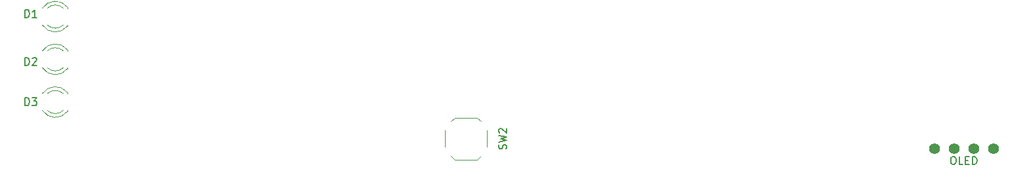
<source format=gto>
G04 #@! TF.GenerationSoftware,KiCad,Pcbnew,(6.0.5)*
G04 #@! TF.CreationDate,2023-01-07T12:48:09-05:00*
G04 #@! TF.ProjectId,V4N4LPH4G0N-rounded,56344e34-4c50-4483-9447-304e2d726f75,rev?*
G04 #@! TF.SameCoordinates,Original*
G04 #@! TF.FileFunction,Legend,Top*
G04 #@! TF.FilePolarity,Positive*
%FSLAX46Y46*%
G04 Gerber Fmt 4.6, Leading zero omitted, Abs format (unit mm)*
G04 Created by KiCad (PCBNEW (6.0.5)) date 2023-01-07 12:48:09*
%MOMM*%
%LPD*%
G01*
G04 APERTURE LIST*
%ADD10C,0.150000*%
%ADD11C,0.120000*%
%ADD12C,1.397000*%
%ADD13C,3.987800*%
%ADD14C,1.750000*%
%ADD15R,1.800000X1.100000*%
%ADD16R,1.800000X1.800000*%
%ADD17C,1.800000*%
%ADD18C,0.650000*%
%ADD19O,1.000000X2.100000*%
%ADD20O,0.800000X1.600000*%
G04 APERTURE END LIST*
D10*
X88511011Y-58165833D02*
X88558630Y-58022976D01*
X88558630Y-57784880D01*
X88511011Y-57689642D01*
X88463392Y-57642023D01*
X88368154Y-57594404D01*
X88272916Y-57594404D01*
X88177678Y-57642023D01*
X88130059Y-57689642D01*
X88082440Y-57784880D01*
X88034821Y-57975357D01*
X87987202Y-58070595D01*
X87939583Y-58118214D01*
X87844345Y-58165833D01*
X87749107Y-58165833D01*
X87653869Y-58118214D01*
X87606250Y-58070595D01*
X87558630Y-57975357D01*
X87558630Y-57737261D01*
X87606250Y-57594404D01*
X87558630Y-57261071D02*
X88558630Y-57022976D01*
X87844345Y-56832500D01*
X88558630Y-56642023D01*
X87558630Y-56403928D01*
X87653869Y-56070595D02*
X87606250Y-56022976D01*
X87558630Y-55927738D01*
X87558630Y-55689642D01*
X87606250Y-55594404D01*
X87653869Y-55546785D01*
X87749107Y-55499166D01*
X87844345Y-55499166D01*
X87987202Y-55546785D01*
X88558630Y-56118214D01*
X88558630Y-55499166D01*
X26341870Y-52545017D02*
X26341870Y-51545017D01*
X26579966Y-51545017D01*
X26722823Y-51592637D01*
X26818061Y-51687875D01*
X26865680Y-51783113D01*
X26913299Y-51973589D01*
X26913299Y-52116446D01*
X26865680Y-52306922D01*
X26818061Y-52402160D01*
X26722823Y-52497398D01*
X26579966Y-52545017D01*
X26341870Y-52545017D01*
X27246632Y-51545017D02*
X27865680Y-51545017D01*
X27532346Y-51925970D01*
X27675204Y-51925970D01*
X27770442Y-51973589D01*
X27818061Y-52021208D01*
X27865680Y-52116446D01*
X27865680Y-52354541D01*
X27818061Y-52449779D01*
X27770442Y-52497398D01*
X27675204Y-52545017D01*
X27389489Y-52545017D01*
X27294251Y-52497398D01*
X27246632Y-52449779D01*
X26341870Y-47367667D02*
X26341870Y-46367667D01*
X26579966Y-46367667D01*
X26722823Y-46415287D01*
X26818061Y-46510525D01*
X26865680Y-46605763D01*
X26913299Y-46796239D01*
X26913299Y-46939096D01*
X26865680Y-47129572D01*
X26818061Y-47224810D01*
X26722823Y-47320048D01*
X26579966Y-47367667D01*
X26341870Y-47367667D01*
X27294251Y-46462906D02*
X27341870Y-46415287D01*
X27437108Y-46367667D01*
X27675204Y-46367667D01*
X27770442Y-46415287D01*
X27818061Y-46462906D01*
X27865680Y-46558144D01*
X27865680Y-46653382D01*
X27818061Y-46796239D01*
X27246632Y-47367667D01*
X27865680Y-47367667D01*
X26341870Y-41159067D02*
X26341870Y-40159067D01*
X26579966Y-40159067D01*
X26722823Y-40206687D01*
X26818061Y-40301925D01*
X26865680Y-40397163D01*
X26913299Y-40587639D01*
X26913299Y-40730496D01*
X26865680Y-40920972D01*
X26818061Y-41016210D01*
X26722823Y-41111448D01*
X26579966Y-41159067D01*
X26341870Y-41159067D01*
X27865680Y-41159067D02*
X27294251Y-41159067D01*
X27579966Y-41159067D02*
X27579966Y-40159067D01*
X27484727Y-40301925D01*
X27389489Y-40397163D01*
X27294251Y-40444782D01*
X146185119Y-59154880D02*
X146375595Y-59154880D01*
X146470833Y-59202500D01*
X146566071Y-59297738D01*
X146613690Y-59488214D01*
X146613690Y-59821547D01*
X146566071Y-60012023D01*
X146470833Y-60107261D01*
X146375595Y-60154880D01*
X146185119Y-60154880D01*
X146089880Y-60107261D01*
X145994642Y-60012023D01*
X145947023Y-59821547D01*
X145947023Y-59488214D01*
X145994642Y-59297738D01*
X146089880Y-59202500D01*
X146185119Y-59154880D01*
X147518452Y-60154880D02*
X147042261Y-60154880D01*
X147042261Y-59154880D01*
X147851785Y-59631071D02*
X148185119Y-59631071D01*
X148327976Y-60154880D02*
X147851785Y-60154880D01*
X147851785Y-59154880D01*
X148327976Y-59154880D01*
X148756547Y-60154880D02*
X148756547Y-59154880D01*
X148994642Y-59154880D01*
X149137500Y-59202500D01*
X149232738Y-59297738D01*
X149280357Y-59392976D01*
X149327976Y-59583452D01*
X149327976Y-59726309D01*
X149280357Y-59916785D01*
X149232738Y-60012023D01*
X149137500Y-60107261D01*
X148994642Y-60154880D01*
X148756547Y-60154880D01*
D11*
X80623750Y-57872500D02*
X80623750Y-55792500D01*
X81893750Y-54112500D02*
X84793750Y-54112500D01*
X81893750Y-59552500D02*
X81403750Y-59062500D01*
X86063750Y-57872500D02*
X86063750Y-55792500D01*
X84793750Y-54112500D02*
X85283750Y-54602500D01*
X84793750Y-59552500D02*
X85283750Y-59062500D01*
X81893750Y-59552500D02*
X84793750Y-59552500D01*
X81893750Y-54112500D02*
X81403750Y-54602500D01*
X31819966Y-53328637D02*
X31819966Y-53172637D01*
X31819966Y-51012637D02*
X31819966Y-50856637D01*
X31300927Y-51012637D02*
G75*
G03*
X29218836Y-51012800I-1040961J-1080000D01*
G01*
X28587631Y-53171245D02*
G75*
G03*
X31819966Y-53328153I1672335J1078608D01*
G01*
X29218836Y-53172474D02*
G75*
G03*
X31300927Y-53172637I1041130J1079837D01*
G01*
X31819966Y-50857121D02*
G75*
G03*
X28587631Y-51014029I-1560000J-1235516D01*
G01*
X31819966Y-47807537D02*
X31819966Y-47651537D01*
X31819966Y-45491537D02*
X31819966Y-45335537D01*
X29218836Y-47651374D02*
G75*
G03*
X31300927Y-47651537I1041130J1079837D01*
G01*
X31819966Y-45336021D02*
G75*
G03*
X28587631Y-45492929I-1560000J-1235516D01*
G01*
X31300927Y-45491537D02*
G75*
G03*
X29218836Y-45491700I-1040961J-1080000D01*
G01*
X28587631Y-47650145D02*
G75*
G03*
X31819966Y-47807053I1672335J1078608D01*
G01*
X31819966Y-39970437D02*
X31819966Y-39814437D01*
X31819966Y-42286437D02*
X31819966Y-42130437D01*
X31819966Y-39814921D02*
G75*
G03*
X28587631Y-39971829I-1560000J-1235516D01*
G01*
X31300927Y-39970437D02*
G75*
G03*
X29218836Y-39970600I-1040961J-1080000D01*
G01*
X28587631Y-42129045D02*
G75*
G03*
X31819966Y-42285953I1672335J1078608D01*
G01*
X29218836Y-42130274D02*
G75*
G03*
X31300927Y-42130437I1041130J1079837D01*
G01*
D12*
X151447500Y-58152500D03*
X148907500Y-58152500D03*
X146367500Y-58152500D03*
X143827500Y-58152500D03*
%LPC*%
D13*
X102393750Y-104457500D03*
D14*
X97313750Y-104457500D03*
X107473750Y-104457500D03*
X66992500Y-123507500D03*
D13*
X61912500Y-123507500D03*
D14*
X56832500Y-123507500D03*
D13*
X121443750Y-104457500D03*
D14*
X116363750Y-104457500D03*
X126523750Y-104457500D03*
X236061250Y-104457500D03*
D13*
X230981250Y-104457500D03*
D14*
X225901250Y-104457500D03*
X178276250Y-85407500D03*
D13*
X183356250Y-85407500D03*
D14*
X188436250Y-85407500D03*
X226536250Y-66357500D03*
X216376250Y-66357500D03*
D13*
X221456250Y-66357500D03*
D14*
X112236250Y-123507500D03*
X102076250Y-123507500D03*
D13*
X107156250Y-123507500D03*
D14*
X40798750Y-66357500D03*
X30638750Y-66357500D03*
D13*
X35718750Y-66357500D03*
D14*
X145573750Y-47307500D03*
X135413750Y-47307500D03*
D13*
X140493750Y-47307500D03*
D15*
X86443750Y-54982500D03*
X80243750Y-54982500D03*
X86443750Y-58682500D03*
X80243750Y-58682500D03*
D13*
X209550000Y-123507500D03*
D14*
X214630000Y-123507500D03*
X204470000Y-123507500D03*
X245586250Y-66357500D03*
D13*
X240506250Y-66357500D03*
D14*
X235426250Y-66357500D03*
D13*
X54768750Y-66357500D03*
D14*
X49688750Y-66357500D03*
X59848750Y-66357500D03*
D13*
X121443750Y-47307500D03*
D14*
X116363750Y-47307500D03*
X126523750Y-47307500D03*
D16*
X31529966Y-52092637D03*
D17*
X28989966Y-52092637D03*
D14*
X197326250Y-66357500D03*
X207486250Y-66357500D03*
D13*
X202406250Y-66357500D03*
X211931250Y-104457500D03*
D14*
X217011250Y-104457500D03*
X206851250Y-104457500D03*
X40163750Y-47307500D03*
X50323750Y-47307500D03*
D13*
X45243750Y-47307500D03*
D14*
X262255000Y-123507500D03*
X252095000Y-123507500D03*
D13*
X257175000Y-123507500D03*
D14*
X226536250Y-85407500D03*
D13*
X221456250Y-85407500D03*
D14*
X216376250Y-85407500D03*
X188436250Y-66357500D03*
X178276250Y-66357500D03*
D13*
X183356250Y-66357500D03*
D14*
X49688750Y-85407500D03*
X59848750Y-85407500D03*
D13*
X54768750Y-85407500D03*
X83343750Y-47307500D03*
D14*
X78263750Y-47307500D03*
X88423750Y-47307500D03*
D13*
X92868750Y-85407500D03*
D14*
X87788750Y-85407500D03*
X97948750Y-85407500D03*
X90805000Y-123507500D03*
D13*
X85725000Y-123507500D03*
D14*
X80645000Y-123507500D03*
D16*
X31529966Y-46571537D03*
D17*
X28989966Y-46571537D03*
D14*
X78898750Y-85407500D03*
D13*
X73818750Y-85407500D03*
D14*
X68738750Y-85407500D03*
X235426250Y-85407500D03*
X245586250Y-85407500D03*
D13*
X240506250Y-85407500D03*
D14*
X169386250Y-85407500D03*
X159226250Y-85407500D03*
D13*
X164306250Y-85407500D03*
D14*
X59213750Y-104457500D03*
D13*
X64293750Y-104457500D03*
D14*
X69373750Y-104457500D03*
D13*
X130968750Y-123507500D03*
D14*
X125888750Y-123507500D03*
X136048750Y-123507500D03*
X168751250Y-104457500D03*
D13*
X173831250Y-104457500D03*
D14*
X178911250Y-104457500D03*
D13*
X130968750Y-66357500D03*
D14*
X125888750Y-66357500D03*
X136048750Y-66357500D03*
X30638750Y-85407500D03*
D13*
X35718750Y-85407500D03*
D14*
X40798750Y-85407500D03*
X107473750Y-47307500D03*
X97313750Y-47307500D03*
D13*
X102393750Y-47307500D03*
D16*
X31529966Y-41050437D03*
D17*
X28989966Y-41050437D03*
D14*
X45561250Y-104457500D03*
X35401250Y-104457500D03*
D13*
X40481250Y-104457500D03*
D14*
X68738750Y-66357500D03*
X78898750Y-66357500D03*
D13*
X73818750Y-66357500D03*
D14*
X136048750Y-85407500D03*
D13*
X130968750Y-85407500D03*
D14*
X125888750Y-85407500D03*
D13*
X259556250Y-66357500D03*
D14*
X264636250Y-66357500D03*
X254476250Y-66357500D03*
X106838750Y-66357500D03*
X116998750Y-66357500D03*
D13*
X111918750Y-66357500D03*
X259556250Y-85407500D03*
D14*
X254476250Y-85407500D03*
X264636250Y-85407500D03*
X69373750Y-47307500D03*
D13*
X64293750Y-47307500D03*
D14*
X59213750Y-47307500D03*
X249713750Y-104457500D03*
D13*
X254793750Y-104457500D03*
D14*
X259873750Y-104457500D03*
X197961250Y-104457500D03*
X187801250Y-104457500D03*
D13*
X192881250Y-104457500D03*
D14*
X167005000Y-123507500D03*
D13*
X161925000Y-123507500D03*
D14*
X156845000Y-123507500D03*
X33020000Y-123507500D03*
D13*
X38100000Y-123507500D03*
D14*
X43180000Y-123507500D03*
D13*
X233362500Y-123507500D03*
D14*
X238442500Y-123507500D03*
X228282500Y-123507500D03*
X116998750Y-85407500D03*
X106838750Y-85407500D03*
D13*
X111918750Y-85407500D03*
X188118750Y-123507500D03*
D14*
X193198750Y-123507500D03*
X183038750Y-123507500D03*
X159226250Y-66357500D03*
X169386250Y-66357500D03*
D13*
X164306250Y-66357500D03*
D14*
X142557500Y-104457500D03*
X152717500Y-104457500D03*
D13*
X147637500Y-104457500D03*
D14*
X88423750Y-104457500D03*
X78263750Y-104457500D03*
D13*
X83343750Y-104457500D03*
X202406250Y-85407500D03*
D14*
X207486250Y-85407500D03*
X197326250Y-85407500D03*
X87788750Y-66357500D03*
D13*
X92868750Y-66357500D03*
D14*
X97948750Y-66357500D03*
D18*
X51878750Y-41027334D03*
X57658750Y-41027334D03*
D19*
X59088750Y-41557334D03*
D20*
X50448750Y-37377334D03*
X59088750Y-37377334D03*
D19*
X50448750Y-41557334D03*
M02*

</source>
